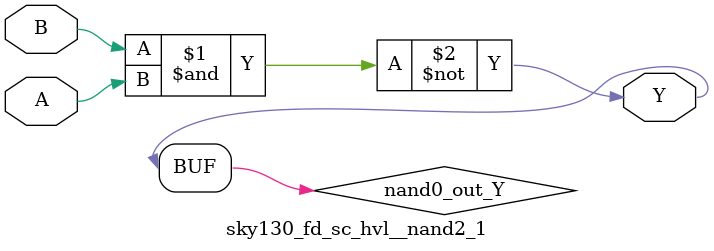
<source format=v>
/*
 * Copyright 2020 The SkyWater PDK Authors
 *
 * Licensed under the Apache License, Version 2.0 (the "License");
 * you may not use this file except in compliance with the License.
 * You may obtain a copy of the License at
 *
 *     https://www.apache.org/licenses/LICENSE-2.0
 *
 * Unless required by applicable law or agreed to in writing, software
 * distributed under the License is distributed on an "AS IS" BASIS,
 * WITHOUT WARRANTIES OR CONDITIONS OF ANY KIND, either express or implied.
 * See the License for the specific language governing permissions and
 * limitations under the License.
 *
 * SPDX-License-Identifier: Apache-2.0
*/


`ifndef SKY130_FD_SC_HVL__NAND2_1_FUNCTIONAL_V
`define SKY130_FD_SC_HVL__NAND2_1_FUNCTIONAL_V

/**
 * nand2: 2-input NAND.
 *
 * Verilog simulation functional model.
 */

`timescale 1ns / 1ps
`default_nettype none

`celldefine
module sky130_fd_sc_hvl__nand2_1 (
    Y,
    A,
    B
);

    // Module ports
    output Y;
    input  A;
    input  B;

    // Local signals
    wire nand0_out_Y;

    //   Name   Output       Other arguments
    nand nand0 (nand0_out_Y, B, A           );
    buf  buf0  (Y          , nand0_out_Y    );

endmodule
`endcelldefine

`default_nettype wire
`endif  // SKY130_FD_SC_HVL__NAND2_1_FUNCTIONAL_V

</source>
